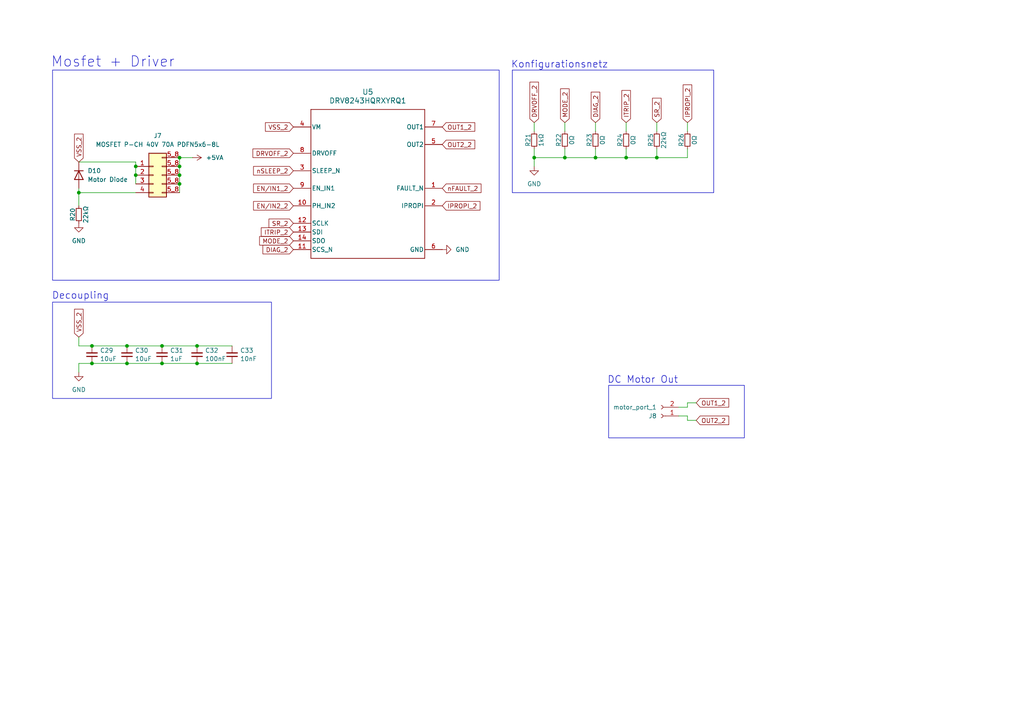
<source format=kicad_sch>
(kicad_sch (version 20250114) (generator "eeschema") (generator_version "9.0")
  (paper "A4")
  (lib_symbols
    (symbol "Connector:Conn_01x02_Socket" (pin_names (offset 1.016) (hide yes))
      (property "Reference" "J" (at 0 2.54 0))
      (property "Value" "Conn_01x02_Socket" (at 0 -5.08 0))
      (symbol "Conn_01x02_Socket_1_1"
        (polyline (pts (xy -1.27 0) (xy -0.508 0)) (stroke (width 0.1524)))
        (polyline (pts (xy -1.27 -2.54) (xy -0.508 -2.54)) (stroke (width 0.1524)))
        (arc (start 0 -0.508) (mid -0.5058 0) (end 0 0.508) (stroke (width 0.1524)))
        (arc (start 0 -3.048) (mid -0.5058 -2.54) (end 0 -2.032) (stroke (width 0.1524)))
        (pin passive line (at -5.08 0 0) (length 3.81) (name "Pin_1") (number "1"))
        (pin passive line (at -5.08 -2.54 0) (length 3.81) (name "Pin_2") (number "2"))
      )
    )
    (symbol "Connector_Generic:Conn_2Rows-09Pins" (pin_names (offset 1.016) (hide yes))
      (property "Reference" "J5" (at 1.27 -11.43 0))
      (property "Value" "MOSFET P-CH 40V 70A PDFN5x6-8L" (at 1.27 -8.89 0))
      (symbol "Conn_2Rows-09Pins_1_1"
        (rectangle (start -1.27 6.35) (end 3.81 -6.35) (stroke (width 0.254)) (fill (type background)))
        (rectangle (start -1.27 5.207) (end 0 4.953) (stroke (width 0.1524)))
        (rectangle (start -1.27 2.667) (end 0 2.413) (stroke (width 0.1524)))
        (rectangle (start -1.27 0.127) (end 0 -0.127) (stroke (width 0.1524)))
        (rectangle (start -1.27 -2.413) (end 0 -2.667) (stroke (width 0.1524)))
        (rectangle (start -1.27 -4.953) (end 0 -5.207) (stroke (width 0.1524)))
        (rectangle (start 3.81 5.207) (end 2.54 4.953) (stroke (width 0.1524)))
        (rectangle (start 3.81 2.667) (end 2.54 2.413) (stroke (width 0.1524)))
        (rectangle (start 3.81 0.127) (end 2.54 -0.127) (stroke (width 0.1524)))
        (rectangle (start 3.81 -2.413) (end 2.54 -2.667) (stroke (width 0.1524)))
        (pin passive line (at -5.08 5.08 0) (length 3.81) (name "Pin_5") (number "5_8"))
        (pin passive line (at -5.08 2.54 0) (length 3.81) (name "Pin_6") (number "5_8"))
        (pin passive line (at -5.08 0 0) (length 3.81) (name "Pin_7") (number "5_8"))
        (pin passive line (at -5.08 -2.54 0) (length 3.81) (name "Pin_8") (number "5_8"))
        (pin passive line (at -5.08 -5.08 0) (length 3.81) (name "Pin_9") (number "5_8"))
        (pin passive line (at 7.62 5.08 180) (length 3.81) (name "Pin_4") (number "4"))
        (pin passive line (at 7.62 2.54 180) (length 3.81) (name "Pin_3") (number "3"))
        (pin passive line (at 7.62 0 180) (length 3.81) (name "Pin_2") (number "2"))
        (pin passive line (at 7.62 -2.54 180) (length 3.81) (name "Pin_1") (number "1"))
      )
    )
    (symbol "DRV8243HQRXYRQ1:DRV8243HQRXYRQ1" (pin_names (offset 0.254))
      (property "Reference" "U" (at 0 2.54 0))
      (property "Value" "DRV8243HQRXYRQ1" (at 0 0 0))
      (symbol "DRV8243HQRXYRQ1_0_1"
        (polyline (pts (xy 5.08 5.08) (xy 5.08 -38.1)) (stroke (width 0.2032)))
        (polyline (pts (xy 5.08 -38.1) (xy 38.1 -38.1)) (stroke (width 0.2032)))
        (polyline (pts (xy 38.1 5.08) (xy 5.08 5.08)) (stroke (width 0.2032)))
        (polyline (pts (xy 38.1 -38.1) (xy 38.1 5.08)) (stroke (width 0.2032)))
        (pin power_in line (at 0 0 0) (length 5.08) (name "VM") (number "4"))
        (pin input line (at 0 -7.62 0) (length 5.08) (name "DRVOFF") (number "8"))
        (pin input line (at 0 -12.7 0) (length 5.08) (name "SLEEP_N") (number "3"))
        (pin input line (at 0 -17.78 0) (length 5.08) (name "EN_IN1") (number "9"))
        (pin input line (at 0 -22.86 0) (length 5.08) (name "PH_IN2") (number "10"))
        (pin input line (at 0 -27.94 0) (length 5.08) (name "SCLK") (number "12"))
        (pin input line (at 0 -30.48 0) (length 5.08) (name "SDI") (number "13"))
        (pin output line (at 0 -33.02 0) (length 5.08) (name "SDO") (number "14"))
        (pin input line (at 0 -35.56 0) (length 5.08) (name "SCS_N") (number "11"))
        (pin unspecified line (at 43.18 0 180) (length 5.08) (name "OUT1") (number "7"))
        (pin unspecified line (at 43.18 -5.08 180) (length 5.08) (name "OUT2") (number "5"))
        (pin open_collector line (at 43.18 -17.78 180) (length 5.08) (name "FAULT_N") (number "1"))
        (pin bidirectional line (at 43.18 -22.86 180) (length 5.08) (name "IPROPI") (number "2"))
        (pin power_in line (at 43.18 -35.56 180) (length 5.08) (name "GND") (number "6"))
      )
    )
    (symbol "Device:C_Small" (pin_numbers (hide yes)) (pin_names (offset 0.254) (hide yes))
      (property "Reference" "C" (at 0.254 1.778 0))
      (property "Value" "C_Small" (at 0.254 -2.032 0))
      (symbol "C_Small_0_1"
        (polyline (pts (xy -1.524 0.508) (xy 1.524 0.508)) (stroke (width 0.3048)))
        (polyline (pts (xy -1.524 -0.508) (xy 1.524 -0.508)) (stroke (width 0.3302)))
      )
      (symbol "C_Small_1_1"
        (pin passive line (at 0 2.54 270) (length 2.032) (name "~") (number "1"))
        (pin passive line (at 0 -2.54 90) (length 2.032) (name "~") (number "2"))
      )
    )
    (symbol "Device:R_Small" (pin_numbers (hide yes)) (pin_names (offset 0.254) (hide yes))
      (property "Reference" "R" (at 0.762 0.508 0))
      (property "Value" "R_Small" (at 0.762 -1.016 0))
      (symbol "R_Small_0_1"
        (rectangle (start -0.762 1.778) (end 0.762 -1.778) (stroke (width 0.2032)))
      )
      (symbol "R_Small_1_1"
        (pin passive line (at 0 2.54 270) (length 0.762) (name "~") (number "1"))
        (pin passive line (at 0 -2.54 90) (length 0.762) (name "~") (number "2"))
      )
    )
    (symbol "ScottoKeebs:Placeholder_Diode" (pin_numbers (hide yes)) (pin_names (hide yes))
      (property "Reference" "D" (at 0 2.54 0))
      (property "Value" "Diode" (at 0 -2.54 0))
      (symbol "Placeholder_Diode_0_1"
        (polyline (pts (xy -1.27 1.27) (xy -1.27 -1.27)) (stroke (width 0.254)))
        (polyline (pts (xy 1.27 1.27) (xy 1.27 -1.27) (xy -1.27 0) (xy 1.27 1.27)) (stroke (width 0.254)))
        (polyline (pts (xy 1.27 0) (xy -1.27 0)))
      )
      (symbol "Placeholder_Diode_1_1"
        (pin passive line (at -3.81 0 0) (length 2.54) (name "K") (number "1"))
        (pin passive line (at 3.81 0 180) (length 2.54) (name "A") (number "2"))
      )
    )
    (symbol "power:+5VA" (power) (pin_numbers (hide yes)) (pin_names (offset 0) (hide yes))
      (property "Value" "+5VA" (at 0 3.556 0))
      (symbol "+5VA_0_1"
        (polyline (pts (xy -0.762 1.27) (xy 0 2.54)))
        (polyline (pts (xy 0 2.54) (xy 0.762 1.27)))
        (polyline (pts (xy 0 0) (xy 0 2.54)))
      )
      (symbol "+5VA_1_1"
        (pin power_in line (at 0 0 90) (length 0) (name "~") (number "1"))
      )
    )
    (symbol "power:GND" (power) (pin_numbers (hide yes)) (pin_names (offset 0) (hide yes))
      (property "Value" "GND" (at 0 -3.81 0))
      (symbol "GND_0_1"
        (polyline (pts (xy 0 0) (xy 0 -1.27) (xy 1.27 -1.27) (xy 0 -2.54) (xy -1.27 -1.27) (xy 0 -1.27)))
      )
      (symbol "GND_1_1"
        (pin power_in line (at 0 0 270) (length 0) (name "~") (number "1"))
      )
    )
  )
  (rectangle (start 148.59 20.32) (end 207.01 55.88))
  (rectangle (start 176.53 111.76) (end 215.9 127))
  (rectangle (start 15.24 20.32) (end 144.78 81.28))
  (rectangle (start 15.24 87.63) (end 78.74 115.57))
  (text "Konfigurationsnetz" (at 162.306 18.796 0) (effects (font (size 2 2))))
  (text "Mosfet + Driver" (at 32.766 18.034 0) (effects (font (size 3 3))))
  (text "DC Motor Out" (at 186.436 110.236 0) (effects (font (size 2 2))))
  (text "Decoupling" (at 23.368 85.852 0) (effects (font (size 2 2))))
  (junction (at 190.5 45.72))
  (junction (at 36.83 100.33))
  (junction (at 22.86 55.88))
  (junction (at 46.99 105.41))
  (junction (at 39.37 48.26))
  (junction (at 46.99 100.33))
  (junction (at 52.07 53.34))
  (junction (at 26.67 105.41))
  (junction (at 52.07 48.26))
  (junction (at 181.61 45.72))
  (junction (at 52.07 50.8))
  (junction (at 57.15 100.33))
  (junction (at 57.15 105.41))
  (junction (at 163.83 45.72))
  (junction (at 172.72 45.72))
  (junction (at 154.94 45.72))
  (junction (at 39.37 50.8))
  (junction (at 52.07 45.72))
  (junction (at 36.83 105.41))
  (junction (at 26.67 100.33))
  (wire (pts (xy 199.39 45.72) (xy 199.39 43.18)))
  (wire (pts (xy 26.67 100.33) (xy 36.83 100.33)))
  (wire (pts (xy 26.67 105.41) (xy 22.86 105.41)))
  (wire (pts (xy 201.93 121.92) (xy 199.39 121.92)))
  (wire (pts (xy 52.07 45.72) (xy 52.07 48.26)))
  (wire (pts (xy 154.94 45.72) (xy 154.94 48.26)))
  (wire (pts (xy 181.61 45.72) (xy 181.61 43.18)))
  (wire (pts (xy 26.67 100.33) (xy 22.86 100.33)))
  (wire (pts (xy 39.37 48.26) (xy 39.37 46.99)))
  (wire (pts (xy 26.67 105.41) (xy 36.83 105.41)))
  (wire (pts (xy 39.37 55.88) (xy 22.86 55.88)))
  (wire (pts (xy 181.61 35.56) (xy 181.61 38.1)))
  (wire (pts (xy 57.15 105.41) (xy 67.31 105.41)))
  (wire (pts (xy 55.88 45.72) (xy 52.07 45.72)))
  (wire (pts (xy 52.07 53.34) (xy 52.07 55.88)))
  (wire (pts (xy 22.86 55.88) (xy 22.86 54.61)))
  (wire (pts (xy 52.07 50.8) (xy 52.07 53.34)))
  (wire (pts (xy 181.61 45.72) (xy 190.5 45.72)))
  (wire (pts (xy 39.37 50.8) (xy 39.37 53.34)))
  (wire (pts (xy 46.99 105.41) (xy 57.15 105.41)))
  (wire (pts (xy 22.86 105.41) (xy 22.86 107.95)))
  (wire (pts (xy 190.5 45.72) (xy 199.39 45.72)))
  (wire (pts (xy 22.86 100.33) (xy 22.86 97.79)))
  (wire (pts (xy 22.86 46.99) (xy 39.37 46.99)))
  (wire (pts (xy 172.72 45.72) (xy 181.61 45.72)))
  (wire (pts (xy 199.39 118.11) (xy 196.85 118.11)))
  (wire (pts (xy 163.83 45.72) (xy 172.72 45.72)))
  (wire (pts (xy 172.72 35.56) (xy 172.72 38.1)))
  (wire (pts (xy 57.15 100.33) (xy 67.31 100.33)))
  (wire (pts (xy 154.94 45.72) (xy 163.83 45.72)))
  (wire (pts (xy 22.86 55.88) (xy 22.86 59.69)))
  (wire (pts (xy 36.83 100.33) (xy 46.99 100.33)))
  (wire (pts (xy 154.94 43.18) (xy 154.94 45.72)))
  (wire (pts (xy 190.5 35.56) (xy 190.5 38.1)))
  (wire (pts (xy 39.37 48.26) (xy 39.37 50.8)))
  (wire (pts (xy 199.39 120.65) (xy 196.85 120.65)))
  (wire (pts (xy 199.39 121.92) (xy 199.39 120.65)))
  (wire (pts (xy 201.93 116.84) (xy 199.39 116.84)))
  (wire (pts (xy 199.39 116.84) (xy 199.39 118.11)))
  (wire (pts (xy 172.72 45.72) (xy 172.72 43.18)))
  (wire (pts (xy 190.5 45.72) (xy 190.5 43.18)))
  (wire (pts (xy 52.07 48.26) (xy 52.07 50.8)))
  (wire (pts (xy 36.83 105.41) (xy 46.99 105.41)))
  (wire (pts (xy 163.83 45.72) (xy 163.83 43.18)))
  (wire (pts (xy 199.39 35.56) (xy 199.39 38.1)))
  (wire (pts (xy 46.99 100.33) (xy 57.15 100.33)))
  (wire (pts (xy 154.94 35.56) (xy 154.94 38.1)))
  (wire (pts (xy 163.83 35.56) (xy 163.83 38.1)))
  (global_label "IPROPI_2" (shape input) (at 128.27 59.69 0) (property "Intersheetrefs" "${INTERSHEET_REFS}" (effects (hide yes))))
  (global_label "DRVOFF_2" (shape input) (at 154.94 35.56 90) (property "Intersheetrefs" "${INTERSHEET_REFS}" (effects (hide yes))))
  (global_label "nFAULT_2" (shape input) (at 128.27 54.61 0) (property "Intersheetrefs" "${INTERSHEET_REFS}" (effects (hide yes))))
  (global_label "OUT1_2" (shape input) (at 201.93 116.84 0) (property "Intersheetrefs" "${INTERSHEET_REFS}" (effects (hide yes))))
  (global_label "MODE_2" (shape input) (at 85.09 69.85 180) (property "Intersheetrefs" "${INTERSHEET_REFS}" (effects (hide yes))))
  (global_label "DIAG_2" (shape input) (at 172.72 35.56 90) (property "Intersheetrefs" "${INTERSHEET_REFS}" (effects (hide yes))))
  (global_label "DIAG_2" (shape input) (at 85.09 72.39 180) (property "Intersheetrefs" "${INTERSHEET_REFS}" (effects (hide yes))))
  (global_label "MODE_2" (shape input) (at 163.83 35.56 90) (property "Intersheetrefs" "${INTERSHEET_REFS}" (effects (hide yes))))
  (global_label "VSS_2" (shape input) (at 85.09 36.83 180) (property "Intersheetrefs" "${INTERSHEET_REFS}" (effects (hide yes))))
  (global_label "EN{slash}IN2_2" (shape input) (at 85.09 59.69 180) (property "Intersheetrefs" "${INTERSHEET_REFS}" (effects (hide yes))))
  (global_label "SR_2" (shape input) (at 85.09 64.77 180) (property "Intersheetrefs" "${INTERSHEET_REFS}" (effects (hide yes))))
  (global_label "DRVOFF_2" (shape input) (at 85.09 44.45 180) (property "Intersheetrefs" "${INTERSHEET_REFS}" (effects (hide yes))))
  (global_label "VSS_2" (shape input) (at 22.86 97.79 90) (property "Intersheetrefs" "${INTERSHEET_REFS}" (effects (hide yes))))
  (global_label "VSS_2" (shape input) (at 22.86 46.99 90) (property "Intersheetrefs" "${INTERSHEET_REFS}" (effects (hide yes))))
  (global_label "EN{slash}IN1_2" (shape input) (at 85.09 54.61 180) (property "Intersheetrefs" "${INTERSHEET_REFS}" (effects (hide yes))))
  (global_label "ITRIP_2" (shape input) (at 85.09 67.31 180) (property "Intersheetrefs" "${INTERSHEET_REFS}" (effects (hide yes))))
  (global_label "nSLEEP_2" (shape input) (at 85.09 49.53 180) (property "Intersheetrefs" "${INTERSHEET_REFS}" (effects (hide yes))))
  (global_label "IPROPI_2" (shape input) (at 199.39 35.56 90) (property "Intersheetrefs" "${INTERSHEET_REFS}" (effects (hide yes))))
  (global_label "OUT2_2" (shape input) (at 128.27 41.91 0) (property "Intersheetrefs" "${INTERSHEET_REFS}" (effects (hide yes))))
  (global_label "OUT1_2" (shape input) (at 128.27 36.83 0) (property "Intersheetrefs" "${INTERSHEET_REFS}" (effects (hide yes))))
  (global_label "ITRIP_2" (shape input) (at 181.61 35.56 90) (property "Intersheetrefs" "${INTERSHEET_REFS}" (effects (hide yes))))
  (global_label "SR_2" (shape input) (at 190.5 35.56 90) (property "Intersheetrefs" "${INTERSHEET_REFS}" (effects (hide yes))))
  (global_label "OUT2_2" (shape input) (at 201.93 121.92 0) (property "Intersheetrefs" "${INTERSHEET_REFS}" (effects (hide yes))))
  (symbol (lib_id "Device:R_Small") (at 22.86 62.23 0) (unit 1)
    (property "Reference" "R20" (at 21.082 62.23 90))
    (property "Value" "22kΩ" (at 24.892 62.23 90))
    (property "Footprint" "Resistor_SMD:R_0805_2012Metric_Pad1.20x1.40mm_HandSolder" (effects (hide yes)))
    (property "Datasheet" "https://www.lcsc.com/datasheet/C2907243.pdf" (effects (hide yes)))
    (property "Description" "125mW 22kΩ 150V ±100ppm/℃ Thick Film Resistor ±1% 0805 Chip Resistor - Surface Mount RoHS" (effects (hide yes)))
    (property "LCSC" "C2907243" (effects (hide yes)))
  )
  (symbol (lib_id "Device:C_Small") (at 46.99 102.87 180) (unit 1)
    (property "Reference" "C31" (at 49.3141 101.6514 0) (effects (justify right)))
    (property "Value" "1uF" (at 49.3141 104.0757 0) (effects (justify right)))
    (property "Footprint" "Capacitor_SMD:C_0805_2012Metric_Pad1.18x1.45mm_HandSolder" (effects (hide yes)))
    (property "Description" "Unpolarized capacitor, small symbol" (effects (hide yes)))
    (property "LCSC" "C28323" (effects (hide yes)))
  )
  (symbol (lib_id "Device:R_Small") (at 181.61 40.64 0) (unit 1)
    (property "Reference" "R24" (at 179.832 40.64 90))
    (property "Value" "0Ω" (at 183.642 40.64 90))
    (property "Footprint" "Resistor_SMD:R_0805_2012Metric_Pad1.20x1.40mm_HandSolder" (effects (hide yes)))
    (property "dnp" "true" (effects (hide yes)))
  )
  (symbol (lib_id "power:GND") (at 128.27 72.39 90) (unit 1)
    (property "Reference" "#PWR076" (effects (hide yes)))
    (property "Value" "GND" (at 132.08 72.3899 90) (effects (justify right)))
    (property "Description" "Power symbol creates a global label with name \"GND\" , ground" (effects (hide yes)))
  )
  (symbol (lib_id "Device:R_Small") (at 190.5 40.64 0) (unit 1)
    (property "Reference" "R25" (at 188.722 40.64 90))
    (property "Value" "22kΩ" (at 192.532 40.64 90))
    (property "Footprint" "Resistor_SMD:R_0805_2012Metric_Pad1.20x1.40mm_HandSolder" (effects (hide yes)))
    (property "Datasheet" "https://www.lcsc.com/datasheet/C2907243.pdf" (effects (hide yes)))
    (property "Description" "125mW 22kΩ 150V ±100ppm/℃ Thick Film Resistor ±1% 0805 Chip Resistor - Surface Mount RoHS" (effects (hide yes)))
    (property "LCSC" "C2907243" (effects (hide yes)))
  )
  (symbol (lib_id "power:GND") (at 154.94 48.26 0) (unit 1)
    (property "Reference" "#PWR077" (effects (hide yes)))
    (property "Value" "GND" (at 154.94 53.34 0))
    (property "Description" "Power symbol creates a global label with name \"GND\" , ground" (effects (hide yes)))
  )
  (symbol (lib_id "Device:R_Small") (at 199.39 40.64 0) (unit 1)
    (property "Reference" "R26" (at 197.612 40.64 90))
    (property "Value" "0Ω" (at 201.422 40.64 90))
    (property "Footprint" "Resistor_SMD:R_0805_2012Metric_Pad1.20x1.40mm_HandSolder" (effects (hide yes)))
    (property "dnp" "true" (effects (hide yes)))
  )
  (symbol (lib_id "power:+5VA") (at 55.88 45.72 270) (unit 1)
    (property "Reference" "#PWR074" (effects (hide yes)))
    (property "Value" "+5VA" (at 59.69 45.7199 90) (effects (justify left)))
    (property "Description" "Power symbol creates a global label with name \"+5VA\"" (effects (hide yes)))
  )
  (symbol (lib_id "Device:C_Small") (at 26.67 102.87 180) (unit 1)
    (property "Reference" "C29" (at 28.9941 101.6514 0) (effects (justify right)))
    (property "Value" "10uF" (at 28.9941 104.0757 0) (effects (justify right)))
    (property "Footprint" "Capacitor_SMD:C_0805_2012Metric_Pad1.18x1.45mm_HandSolder" (effects (hide yes)))
    (property "Description" "Unpolarized capacitor, small symbol" (effects (hide yes)))
    (property "LCSC" "C15850" (effects (hide yes)))
  )
  (symbol (lib_id "Connector_Generic:Conn_2Rows-09Pins") (at 46.99 50.8 180) (unit 1)
    (property "Reference" "J7" (at 45.72 39.37 0))
    (property "Value" "MOSFET P-CH 40V 70A PDFN5x6-8L" (at 45.72 41.91 0))
    (property "Footprint" "TSM120N06LCR RLG:TRANS_TSM018NB03CR_RLG" (effects (hide yes)))
    (property "Datasheet" "https://www.lcsc.com/datasheet/C5297498.pdf" (effects (hide yes)))
    (property "Description" "40V 70A 113W 1 P-Channel PDFN5x6-8L Single FETs, MOSFETs RoHS" (effects (hide yes)))
    (property "LCSC" "C5297498" (effects (hide yes)))
  )
  (symbol (lib_id "Device:C_Small") (at 67.31 102.87 180) (unit 1)
    (property "Reference" "C33" (at 69.6341 101.6514 0) (effects (justify right)))
    (property "Value" "10nF" (at 69.6341 104.0757 0) (effects (justify right)))
    (property "Footprint" "Capacitor_SMD:C_0805_2012Metric_Pad1.18x1.45mm_HandSolder" (effects (hide yes)))
    (property "Description" "Unpolarized capacitor, small symbol" (effects (hide yes)))
    (property "LCSC" "C1710" (effects (hide yes)))
  )
  (symbol (lib_id "Connector:Conn_01x02_Socket") (at 191.77 120.65 180) (unit 1)
    (property "Reference" "J8" (at 190.5 120.6501 0) (effects (justify left)))
    (property "Value" "motor_port_1" (at 190.5 118.1101 0) (effects (justify left)))
    (property "Footprint" "Connector_Wire:SolderWire-2sqmm_1x02_P7.8mm_D2mm_OD3.9mm" (effects (hide yes)))
    (property "Description" "Generic connector, single row, 01x02, script generated" (effects (hide yes)))
  )
  (symbol (lib_id "ScottoKeebs:Placeholder_Diode") (at 22.86 50.8 270) (unit 1)
    (property "Reference" "D10" (at 25.4 49.5299 90) (effects (justify left)))
    (property "Value" "Motor Diode" (at 25.4 52.0699 90) (effects (justify left)))
    (property "Footprint" "LL-34:LL-34" (effects (hide yes)))
    (property "Datasheet" "https://www.lcsc.com/datasheet/C2891753.pdf" (effects (hide yes)))
    (property "Description" "Independent 11.4V~12.7V 500mW 12V LL-34 Single Zener Diodes RoHS" (effects (hide yes)))
    (property "LCSC" "C2891753" (effects (hide yes)))
  )
  (symbol (lib_id "DRV8243HQRXYRQ1:DRV8243HQRXYRQ1") (at 85.09 36.83 0) (unit 1)
    (property "Reference" "U5" (at 106.68 26.67 0) (effects (font (size 1.524 1.524))))
    (property "Value" "DRV8243HQRXYRQ1" (at 106.68 29.21 0) (effects (font (size 1.524 1.524))))
    (property "Footprint" "DRV8243HQRXYRQ1:RXY0014A-MFG" (effects (hide yes)))
    (property "Datasheet" "https://www.ti.com/cn/lit/gpn/drv8243-q1" (effects (hide yes)))
    (property "Description" "4.5V~35V VQFN-HR-14(3x4.5) Motor Drivers, Controllers RoHS" (effects (hide yes)))
    (property "LCSC" "C3040833" (effects (hide yes)))
  )
  (symbol (lib_id "power:GND") (at 22.86 107.95 0) (unit 1)
    (property "Reference" "#PWR073" (effects (hide yes)))
    (property "Value" "GND" (at 22.86 113.03 0))
    (property "Description" "Power symbol creates a global label with name \"GND\" , ground" (effects (hide yes)))
  )
  (symbol (lib_id "Device:R_Small") (at 163.83 40.64 0) (unit 1)
    (property "Reference" "R22" (at 162.052 40.64 90))
    (property "Value" "0Ω" (at 165.862 40.64 90))
    (property "Footprint" "Resistor_SMD:R_0805_2012Metric_Pad1.20x1.40mm_HandSolder" (effects (hide yes)))
    (property "dnp" "true" (effects (hide yes)))
  )
  (symbol (lib_id "Device:C_Small") (at 57.15 102.87 180) (unit 1)
    (property "Reference" "C32" (at 59.4741 101.6514 0) (effects (justify right)))
    (property "Value" "100nF" (at 59.4741 104.0757 0) (effects (justify right)))
    (property "Footprint" "Capacitor_SMD:C_0805_2012Metric_Pad1.18x1.45mm_HandSolder" (effects (hide yes)))
    (property "Description" "Unpolarized capacitor, small symbol" (effects (hide yes)))
    (property "LCSC" "C49678" (effects (hide yes)))
  )
  (symbol (lib_id "Device:C_Small") (at 36.83 102.87 180) (unit 1)
    (property "Reference" "C30" (at 39.1541 101.6514 0) (effects (justify right)))
    (property "Value" "10uF" (at 39.1541 104.0757 0) (effects (justify right)))
    (property "Footprint" "Capacitor_SMD:C_0805_2012Metric_Pad1.18x1.45mm_HandSolder" (effects (hide yes)))
    (property "Description" "Unpolarized capacitor, small symbol" (effects (hide yes)))
    (property "LCSC" "C15850" (effects (hide yes)))
  )
  (symbol (lib_id "power:GND") (at 22.86 64.77 0) (unit 1)
    (property "Reference" "#PWR055" (effects (hide yes)))
    (property "Value" "GND" (at 22.86 69.85 0))
    (property "Description" "Power symbol creates a global label with name \"GND\" , ground" (effects (hide yes)))
  )
  (symbol (lib_id "Device:R_Small") (at 154.94 40.64 0) (unit 1)
    (property "Reference" "R21" (at 153.162 40.64 90))
    (property "Value" "1kΩ" (at 156.972 40.64 90))
    (property "Footprint" "Resistor_SMD:R_0805_2012Metric_Pad1.20x1.40mm_HandSolder" (effects (hide yes)))
    (property "Datasheet" "https://www.lcsc.com/datasheet/C95781.pdf" (effects (hide yes)))
    (property "Description" "1kΩ 125mW 150V ±100ppm/℃ Thick Film Resistor ±1% 0805 Chip Resistor - Surface Mount RoHS" (effects (hide yes)))
    (property "LCSC" "C95781" (effects (hide yes)))
  )
  (symbol (lib_id "Device:R_Small") (at 172.72 40.64 0) (unit 1)
    (property "Reference" "R23" (at 170.942 40.64 90))
    (property "Value" "0Ω" (at 174.752 40.64 90))
    (property "Footprint" "Resistor_SMD:R_0805_2012Metric_Pad1.20x1.40mm_HandSolder" (effects (hide yes)))
    (property "dnp" "true" (effects (hide yes)))
  )
)
</source>
